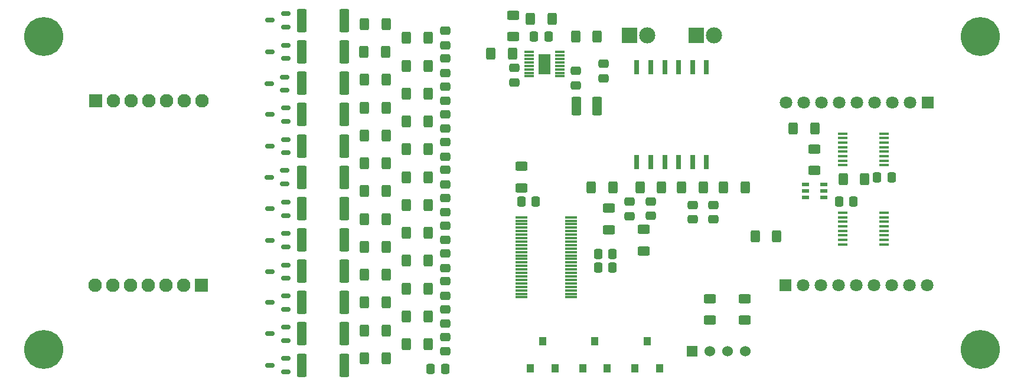
<source format=gbr>
%TF.GenerationSoftware,KiCad,Pcbnew,8.0.2*%
%TF.CreationDate,2024-06-17T09:50:20+02:00*%
%TF.ProjectId,BMS,424d532e-6b69-4636-9164-5f7063625858,rev?*%
%TF.SameCoordinates,Original*%
%TF.FileFunction,Soldermask,Top*%
%TF.FilePolarity,Negative*%
%FSLAX46Y46*%
G04 Gerber Fmt 4.6, Leading zero omitted, Abs format (unit mm)*
G04 Created by KiCad (PCBNEW 8.0.2) date 2024-06-17 09:50:20*
%MOMM*%
%LPD*%
G01*
G04 APERTURE LIST*
G04 Aperture macros list*
%AMRoundRect*
0 Rectangle with rounded corners*
0 $1 Rounding radius*
0 $2 $3 $4 $5 $6 $7 $8 $9 X,Y pos of 4 corners*
0 Add a 4 corners polygon primitive as box body*
4,1,4,$2,$3,$4,$5,$6,$7,$8,$9,$2,$3,0*
0 Add four circle primitives for the rounded corners*
1,1,$1+$1,$2,$3*
1,1,$1+$1,$4,$5*
1,1,$1+$1,$6,$7*
1,1,$1+$1,$8,$9*
0 Add four rect primitives between the rounded corners*
20,1,$1+$1,$2,$3,$4,$5,0*
20,1,$1+$1,$4,$5,$6,$7,0*
20,1,$1+$1,$6,$7,$8,$9,0*
20,1,$1+$1,$8,$9,$2,$3,0*%
G04 Aperture macros list end*
%ADD10R,1.000000X1.300000*%
%ADD11R,2.325000X2.325000*%
%ADD12C,2.325000*%
%ADD13RoundRect,0.250000X-0.475000X0.337500X-0.475000X-0.337500X0.475000X-0.337500X0.475000X0.337500X0*%
%ADD14RoundRect,0.250000X-0.400000X-0.625000X0.400000X-0.625000X0.400000X0.625000X-0.400000X0.625000X0*%
%ADD15C,5.600000*%
%ADD16RoundRect,0.250001X-0.462499X-1.074999X0.462499X-1.074999X0.462499X1.074999X-0.462499X1.074999X0*%
%ADD17R,1.800000X0.300000*%
%ADD18RoundRect,0.250000X0.400000X0.625000X-0.400000X0.625000X-0.400000X-0.625000X0.400000X-0.625000X0*%
%ADD19RoundRect,0.249999X0.450001X1.425001X-0.450001X1.425001X-0.450001X-1.425001X0.450001X-1.425001X0*%
%ADD20R,1.475000X0.450000*%
%ADD21RoundRect,0.150000X0.512500X0.150000X-0.512500X0.150000X-0.512500X-0.150000X0.512500X-0.150000X0*%
%ADD22RoundRect,0.250000X0.625000X-0.400000X0.625000X0.400000X-0.625000X0.400000X-0.625000X-0.400000X0*%
%ADD23RoundRect,0.250000X-0.337500X-0.475000X0.337500X-0.475000X0.337500X0.475000X-0.337500X0.475000X0*%
%ADD24RoundRect,0.250000X-0.625000X0.400000X-0.625000X-0.400000X0.625000X-0.400000X0.625000X0.400000X0*%
%ADD25RoundRect,0.250000X0.475000X-0.337500X0.475000X0.337500X-0.475000X0.337500X-0.475000X-0.337500X0*%
%ADD26R,1.050000X0.550000*%
%ADD27R,1.800000X1.800000*%
%ADD28C,1.800000*%
%ADD29RoundRect,0.250000X0.337500X0.475000X-0.337500X0.475000X-0.337500X-0.475000X0.337500X-0.475000X0*%
%ADD30R,1.425000X0.300000*%
%ADD31R,1.753000X2.947000*%
%ADD32R,1.950000X1.950000*%
%ADD33C,1.950000*%
%ADD34R,0.800000X2.010000*%
%ADD35R,1.530000X1.530000*%
%ADD36C,1.530000*%
G04 APERTURE END LIST*
D10*
%TO.C,S2*%
X146750000Y-115950000D03*
X148500000Y-112050000D03*
X150250000Y-115950000D03*
%TD*%
D11*
%TO.C,J3*%
X163000000Y-68155000D03*
D12*
X165540000Y-68155000D03*
%TD*%
D13*
%TO.C,C15*%
X127000000Y-95462500D03*
X127000000Y-97537500D03*
%TD*%
D14*
%TO.C,R38*%
X115450000Y-74500000D03*
X118550000Y-74500000D03*
%TD*%
D15*
%TO.C,*%
X203750000Y-113250000D03*
%TD*%
D16*
%TO.C,L1*%
X145800500Y-78250000D03*
X148775500Y-78250000D03*
%TD*%
D17*
%TO.C,IC6*%
X137950000Y-94250000D03*
X137950000Y-94750000D03*
X137950000Y-95250000D03*
X137950000Y-95750000D03*
X137950000Y-96250000D03*
X137950000Y-96750000D03*
X137950000Y-97250000D03*
X137950000Y-97750000D03*
X137950000Y-98250000D03*
X137950000Y-98750000D03*
X137950000Y-99250000D03*
X137950000Y-99750000D03*
X137950000Y-100250000D03*
X137950000Y-100750000D03*
X137950000Y-101250000D03*
X137950000Y-101750000D03*
X137950000Y-102250000D03*
X137950000Y-102750000D03*
X137950000Y-103250000D03*
X137950000Y-103750000D03*
X137950000Y-104250000D03*
X137950000Y-104750000D03*
X137950000Y-105250000D03*
X137950000Y-105750000D03*
X145050000Y-105750000D03*
X145050000Y-105250000D03*
X145050000Y-104750000D03*
X145050000Y-104250000D03*
X145050000Y-103750000D03*
X145050000Y-103250000D03*
X145050000Y-102750000D03*
X145050000Y-102250000D03*
X145050000Y-101750000D03*
X145050000Y-101250000D03*
X145050000Y-100750000D03*
X145050000Y-100250000D03*
X145050000Y-99750000D03*
X145050000Y-99250000D03*
X145050000Y-98750000D03*
X145050000Y-98250000D03*
X145050000Y-97750000D03*
X145050000Y-97250000D03*
X145050000Y-96750000D03*
X145050000Y-96250000D03*
X145050000Y-95750000D03*
X145050000Y-95250000D03*
X145050000Y-94750000D03*
X145050000Y-94250000D03*
%TD*%
D14*
%TO.C,R32*%
X115450000Y-82500000D03*
X118550000Y-82500000D03*
%TD*%
D18*
%TO.C,R7*%
X174550000Y-97000000D03*
X171450000Y-97000000D03*
%TD*%
D10*
%TO.C,S1*%
X154250000Y-115950000D03*
X156000000Y-112050000D03*
X157750000Y-115950000D03*
%TD*%
D14*
%TO.C,R24*%
X121450000Y-96500000D03*
X124550000Y-96500000D03*
%TD*%
%TO.C,R23*%
X115450000Y-94500000D03*
X118550000Y-94500000D03*
%TD*%
D19*
%TO.C,R46*%
X112600000Y-115500000D03*
X106500000Y-115500000D03*
%TD*%
D20*
%TO.C,IC3*%
X189938000Y-98150000D03*
X189938000Y-97500000D03*
X189938000Y-96850000D03*
X189938000Y-96200000D03*
X189938000Y-95550000D03*
X189938000Y-94900000D03*
X189938000Y-94250000D03*
X189938000Y-93600000D03*
X184062000Y-93600000D03*
X184062000Y-94250000D03*
X184062000Y-94900000D03*
X184062000Y-95550000D03*
X184062000Y-96200000D03*
X184062000Y-96850000D03*
X184062000Y-97500000D03*
X184062000Y-98150000D03*
%TD*%
D13*
%TO.C,C18*%
X127000000Y-83462500D03*
X127000000Y-85537500D03*
%TD*%
D14*
%TO.C,R12*%
X121450000Y-108500000D03*
X124550000Y-108500000D03*
%TD*%
D21*
%TO.C,Q11*%
X104187500Y-66900000D03*
X104187500Y-65000000D03*
X101912500Y-65950000D03*
%TD*%
D15*
%TO.C,*%
X69500000Y-113250000D03*
%TD*%
D22*
%TO.C,R54*%
X170000000Y-109050000D03*
X170000000Y-105950000D03*
%TD*%
D23*
%TO.C,C1*%
X139750500Y-68250000D03*
X141825500Y-68250000D03*
%TD*%
D24*
%TO.C,R51*%
X138000000Y-86950000D03*
X138000000Y-90050000D03*
%TD*%
D25*
%TO.C,C9*%
X162500000Y-94537500D03*
X162500000Y-92462500D03*
%TD*%
D13*
%TO.C,C12*%
X127000000Y-107462500D03*
X127000000Y-109537500D03*
%TD*%
D14*
%TO.C,R44*%
X115450000Y-66500000D03*
X118550000Y-66500000D03*
%TD*%
D13*
%TO.C,C17*%
X127000000Y-87462500D03*
X127000000Y-89537500D03*
%TD*%
D14*
%TO.C,R15*%
X115450000Y-110500000D03*
X118550000Y-110500000D03*
%TD*%
%TO.C,R27*%
X121450000Y-92500000D03*
X124550000Y-92500000D03*
%TD*%
D26*
%TO.C,IC2*%
X181300000Y-91400000D03*
X181300000Y-90450000D03*
X181300000Y-89500000D03*
X178700000Y-89500000D03*
X178700000Y-90450000D03*
X178700000Y-91400000D03*
%TD*%
D25*
%TO.C,C2*%
X149750000Y-74287500D03*
X149750000Y-72212500D03*
%TD*%
D22*
%TO.C,R49*%
X150500000Y-96050000D03*
X150500000Y-92950000D03*
%TD*%
D13*
%TO.C,C23*%
X127000000Y-111462500D03*
X127000000Y-113537500D03*
%TD*%
D18*
%TO.C,R52*%
X187183538Y-88818599D03*
X184083538Y-88818599D03*
%TD*%
D19*
%TO.C,R43*%
X112600000Y-66000000D03*
X106500000Y-66000000D03*
%TD*%
D23*
%TO.C,C25*%
X137962500Y-92000000D03*
X140037500Y-92000000D03*
%TD*%
D19*
%TO.C,R19*%
X112600000Y-102000000D03*
X106500000Y-102000000D03*
%TD*%
%TO.C,R31*%
X112600000Y-84000000D03*
X106500000Y-84000000D03*
%TD*%
D14*
%TO.C,R3*%
X145738000Y-68250000D03*
X148838000Y-68250000D03*
%TD*%
D23*
%TO.C,C11*%
X148962500Y-99500000D03*
X151037500Y-99500000D03*
%TD*%
D13*
%TO.C,C13*%
X127000000Y-103462500D03*
X127000000Y-105537500D03*
%TD*%
D14*
%TO.C,R30*%
X121450000Y-88500000D03*
X124550000Y-88500000D03*
%TD*%
D27*
%TO.C,J5*%
X196200000Y-77775000D03*
D28*
X193660000Y-77775000D03*
X191120000Y-77775000D03*
X188580000Y-77775000D03*
X186040000Y-77775000D03*
X183500000Y-77775000D03*
X180960000Y-77775000D03*
X178420000Y-77775000D03*
X175880000Y-77775000D03*
%TD*%
D19*
%TO.C,R22*%
X112600000Y-97500000D03*
X106500000Y-97500000D03*
%TD*%
D18*
%TO.C,R11*%
X164050000Y-90000000D03*
X160950000Y-90000000D03*
%TD*%
D13*
%TO.C,C22*%
X127000000Y-67462500D03*
X127000000Y-69537500D03*
%TD*%
D14*
%TO.C,R42*%
X121450000Y-72500000D03*
X124550000Y-72500000D03*
%TD*%
D23*
%TO.C,C10*%
X148962500Y-101500000D03*
X151037500Y-101500000D03*
%TD*%
D14*
%TO.C,R48*%
X121450000Y-112500000D03*
X124550000Y-112500000D03*
%TD*%
D29*
%TO.C,C24*%
X127037500Y-116000000D03*
X124962500Y-116000000D03*
%TD*%
D13*
%TO.C,C14*%
X127000000Y-99462500D03*
X127000000Y-101537500D03*
%TD*%
D21*
%TO.C,Q6*%
X104050000Y-89450000D03*
X104050000Y-87550000D03*
X101775000Y-88500000D03*
%TD*%
D18*
%TO.C,R10*%
X170050000Y-90000000D03*
X166950000Y-90000000D03*
%TD*%
D14*
%TO.C,R29*%
X115450000Y-86500000D03*
X118550000Y-86500000D03*
%TD*%
D21*
%TO.C,Q9*%
X104050000Y-76000000D03*
X104050000Y-74100000D03*
X101775000Y-75050000D03*
%TD*%
D14*
%TO.C,R26*%
X115450000Y-90500000D03*
X118550000Y-90500000D03*
%TD*%
D21*
%TO.C,Q4*%
X104187500Y-98500000D03*
X104187500Y-96600000D03*
X101912500Y-97550000D03*
%TD*%
%TO.C,Q3*%
X104187500Y-103000000D03*
X104187500Y-101100000D03*
X101912500Y-102050000D03*
%TD*%
D19*
%TO.C,R28*%
X112550000Y-88500000D03*
X106450000Y-88500000D03*
%TD*%
D14*
%TO.C,R17*%
X115450000Y-102500000D03*
X118550000Y-102500000D03*
%TD*%
%TO.C,R4*%
X133562465Y-70768955D03*
X136662465Y-70768955D03*
%TD*%
D30*
%TO.C,IC1*%
X139076000Y-70500000D03*
X139076000Y-71000000D03*
X139076000Y-71500000D03*
X139076000Y-72000000D03*
X139076000Y-72500000D03*
X139076000Y-73000000D03*
X139076000Y-73500000D03*
X139076000Y-74000000D03*
X143500000Y-74000000D03*
X143500000Y-73500000D03*
X143500000Y-73000000D03*
X143500000Y-72500000D03*
X143500000Y-72000000D03*
X143500000Y-71500000D03*
X143500000Y-71000000D03*
X143500000Y-70500000D03*
D31*
X141288000Y-72250000D03*
%TD*%
D14*
%TO.C,R8*%
X147950000Y-90000000D03*
X151050000Y-90000000D03*
%TD*%
%TO.C,R39*%
X121450000Y-76500000D03*
X124550000Y-76500000D03*
%TD*%
D27*
%TO.C,J4*%
X175840000Y-104000000D03*
D28*
X178380000Y-104000000D03*
X180920000Y-104000000D03*
X183460000Y-104000000D03*
X186000000Y-104000000D03*
X188540000Y-104000000D03*
X191080000Y-104000000D03*
X193620000Y-104000000D03*
X196160000Y-104000000D03*
%TD*%
D32*
%TO.C,J6*%
X76930000Y-77500000D03*
D33*
X79470000Y-77500000D03*
X82010000Y-77500000D03*
X84550000Y-77500000D03*
X87090000Y-77500000D03*
X89630000Y-77500000D03*
X92170000Y-77500000D03*
%TD*%
D34*
%TO.C,T1*%
X164500000Y-72655000D03*
X162500000Y-72655000D03*
X160500000Y-72655000D03*
X158500000Y-72655000D03*
X156500000Y-72655000D03*
X154500000Y-72655000D03*
X154500000Y-86345000D03*
X156500000Y-86345000D03*
X158500000Y-86345000D03*
X160500000Y-86345000D03*
X162500000Y-86345000D03*
X164500000Y-86345000D03*
%TD*%
D10*
%TO.C,S3*%
X139250000Y-115950000D03*
X141000000Y-112050000D03*
X142750000Y-115950000D03*
%TD*%
D13*
%TO.C,C20*%
X127000000Y-75462500D03*
X127000000Y-77537500D03*
%TD*%
D29*
%TO.C,C26*%
X185575000Y-92000000D03*
X183500000Y-92000000D03*
%TD*%
D19*
%TO.C,R25*%
X112550000Y-93000000D03*
X106450000Y-93000000D03*
%TD*%
D25*
%TO.C,C7*%
X156500000Y-94037500D03*
X156500000Y-91962500D03*
%TD*%
D11*
%TO.C,J1*%
X153460000Y-68155000D03*
D12*
X156000000Y-68155000D03*
%TD*%
D25*
%TO.C,C6*%
X153500000Y-94075000D03*
X153500000Y-92000000D03*
%TD*%
D15*
%TO.C,*%
X203750000Y-68250000D03*
%TD*%
D19*
%TO.C,R14*%
X112600000Y-111000000D03*
X106500000Y-111000000D03*
%TD*%
D14*
%TO.C,R41*%
X115400000Y-70500000D03*
X118500000Y-70500000D03*
%TD*%
%TO.C,R20*%
X115450000Y-98500000D03*
X118550000Y-98500000D03*
%TD*%
%TO.C,R36*%
X121450000Y-80500000D03*
X124550000Y-80500000D03*
%TD*%
%TO.C,R33*%
X121450000Y-84500000D03*
X124550000Y-84500000D03*
%TD*%
%TO.C,R35*%
X115450000Y-78500000D03*
X118550000Y-78500000D03*
%TD*%
D19*
%TO.C,R37*%
X112600000Y-75000000D03*
X106500000Y-75000000D03*
%TD*%
%TO.C,R16*%
X112600000Y-106500000D03*
X106500000Y-106500000D03*
%TD*%
D14*
%TO.C,R13*%
X115450000Y-106500000D03*
X118550000Y-106500000D03*
%TD*%
%TO.C,R45*%
X121450000Y-68500000D03*
X124550000Y-68500000D03*
%TD*%
D21*
%TO.C,Q2*%
X104187500Y-107450000D03*
X104187500Y-105550000D03*
X101912500Y-106500000D03*
%TD*%
%TO.C,Q12*%
X104187500Y-116450000D03*
X104187500Y-114550000D03*
X101912500Y-115500000D03*
%TD*%
D24*
%TO.C,R50*%
X155500000Y-96000000D03*
X155500000Y-99100000D03*
%TD*%
%TO.C,R1*%
X136788000Y-65200000D03*
X136788000Y-68300000D03*
%TD*%
D19*
%TO.C,R40*%
X112600000Y-70500000D03*
X106500000Y-70500000D03*
%TD*%
D35*
%TO.C,J7*%
X162460000Y-113540000D03*
D36*
X165000000Y-113540000D03*
X167540000Y-113540000D03*
X170080000Y-113540000D03*
%TD*%
D14*
%TO.C,R21*%
X121450000Y-100500000D03*
X124550000Y-100500000D03*
%TD*%
D15*
%TO.C,REF\u002A\u002A*%
X69500000Y-68250000D03*
%TD*%
D14*
%TO.C,R18*%
X121450000Y-104500000D03*
X124550000Y-104500000D03*
%TD*%
D13*
%TO.C,C21*%
X127000000Y-71462500D03*
X127000000Y-73537500D03*
%TD*%
D21*
%TO.C,Q5*%
X104187500Y-94000000D03*
X104187500Y-92100000D03*
X101912500Y-93050000D03*
%TD*%
D23*
%TO.C,C5*%
X188962500Y-88500000D03*
X191037500Y-88500000D03*
%TD*%
D22*
%TO.C,R53*%
X165000000Y-109050000D03*
X165000000Y-105950000D03*
%TD*%
D32*
%TO.C,J2*%
X92050000Y-104000000D03*
D33*
X89510000Y-104000000D03*
X86970000Y-104000000D03*
X84430000Y-104000000D03*
X81890000Y-104000000D03*
X79350000Y-104000000D03*
X76810000Y-104000000D03*
%TD*%
D19*
%TO.C,R34*%
X112600000Y-79500000D03*
X106500000Y-79500000D03*
%TD*%
D21*
%TO.C,Q7*%
X104187500Y-85000000D03*
X104187500Y-83100000D03*
X101912500Y-84050000D03*
%TD*%
D25*
%TO.C,C8*%
X165500000Y-94537500D03*
X165500000Y-92462500D03*
%TD*%
D14*
%TO.C,R6*%
X176950000Y-81500000D03*
X180050000Y-81500000D03*
%TD*%
D21*
%TO.C,Q10*%
X104187500Y-71450000D03*
X104187500Y-69550000D03*
X101912500Y-70500000D03*
%TD*%
%TO.C,Q1*%
X104187500Y-111950000D03*
X104187500Y-110050000D03*
X101912500Y-111000000D03*
%TD*%
D20*
%TO.C,IC4*%
X184062000Y-82225000D03*
X184062000Y-82875000D03*
X184062000Y-83525000D03*
X184062000Y-84175000D03*
X184062000Y-84825000D03*
X184062000Y-85475000D03*
X184062000Y-86125000D03*
X184062000Y-86775000D03*
X189938000Y-86775000D03*
X189938000Y-86125000D03*
X189938000Y-85475000D03*
X189938000Y-84825000D03*
X189938000Y-84175000D03*
X189938000Y-83525000D03*
X189938000Y-82875000D03*
X189938000Y-82225000D03*
%TD*%
D25*
%TO.C,C4*%
X136911722Y-74877204D03*
X136911722Y-72802204D03*
%TD*%
D14*
%TO.C,R47*%
X115450000Y-114500000D03*
X118550000Y-114500000D03*
%TD*%
D13*
%TO.C,C16*%
X127000000Y-91462500D03*
X127000000Y-93537500D03*
%TD*%
%TO.C,C19*%
X127000000Y-79462500D03*
X127000000Y-81537500D03*
%TD*%
D21*
%TO.C,Q8*%
X104187500Y-80450000D03*
X104187500Y-78550000D03*
X101912500Y-79500000D03*
%TD*%
D25*
%TO.C,C3*%
X145788000Y-75287500D03*
X145788000Y-73212500D03*
%TD*%
D18*
%TO.C,R2*%
X142338000Y-65750000D03*
X139238000Y-65750000D03*
%TD*%
D24*
%TO.C,R5*%
X180000000Y-84450000D03*
X180000000Y-87550000D03*
%TD*%
D14*
%TO.C,R9*%
X154950000Y-90000000D03*
X158050000Y-90000000D03*
%TD*%
M02*

</source>
